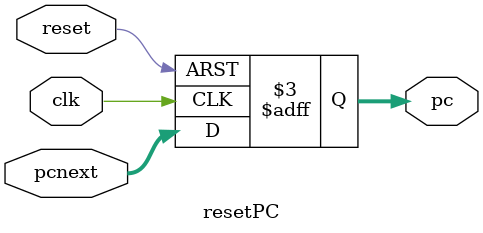
<source format=v>
module resetPC(pc,clk,reset,pcnext);
output reg [31:0] pc;
input [31:0] pcnext;
input clk,reset;
always@(negedge reset or posedge clk)
begin
	if(reset==0)pc<=32'b0;
   else pc<=pcnext;
end
endmodule
</source>
